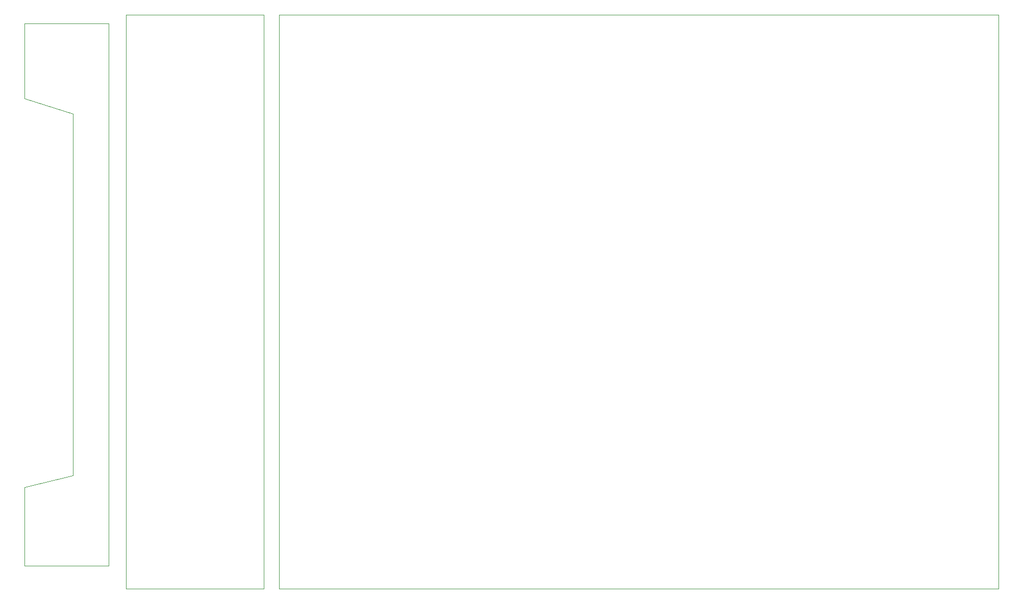
<source format=gbr>
G04 #@! TF.GenerationSoftware,KiCad,Pcbnew,(5.1.5-0-10_14)*
G04 #@! TF.CreationDate,2020-05-03T19:14:45+02:00*
G04 #@! TF.ProjectId,ersaswitch,65727361-7377-4697-9463-682e6b696361,rev?*
G04 #@! TF.SameCoordinates,PX54c81a0PYa724160*
G04 #@! TF.FileFunction,Profile,NP*
%FSLAX46Y46*%
G04 Gerber Fmt 4.6, Leading zero omitted, Abs format (unit mm)*
G04 Created by KiCad (PCBNEW (5.1.5-0-10_14)) date 2020-05-03 19:14:45*
%MOMM*%
%LPD*%
G04 APERTURE LIST*
%ADD10C,0.050000*%
G04 APERTURE END LIST*
D10*
X-42245000Y3795000D02*
X-28245000Y3795000D01*
X-42245000Y16795000D02*
X-42245000Y3795000D01*
X-34245000Y18795000D02*
X-42245000Y16795000D01*
X-34245000Y78795000D02*
X-34245000Y18795000D01*
X-42245000Y81295000D02*
X-34245000Y78795000D01*
X-42245000Y93795000D02*
X-42245000Y81295000D01*
X-28245000Y93795000D02*
X-42245000Y93795000D01*
X-28245000Y3795000D02*
X-28245000Y93795000D01*
X-25400000Y0D02*
X-2540000Y0D01*
X-25400000Y95250000D02*
X-25400000Y0D01*
X-2540000Y95250000D02*
X-25400000Y95250000D01*
X-2540000Y0D02*
X-2540000Y95250000D01*
X0Y95250000D02*
X0Y0D01*
X0Y95250000D02*
X119380000Y95250000D01*
X119380000Y0D02*
X119380000Y95250000D01*
X0Y0D02*
X119380000Y0D01*
M02*

</source>
